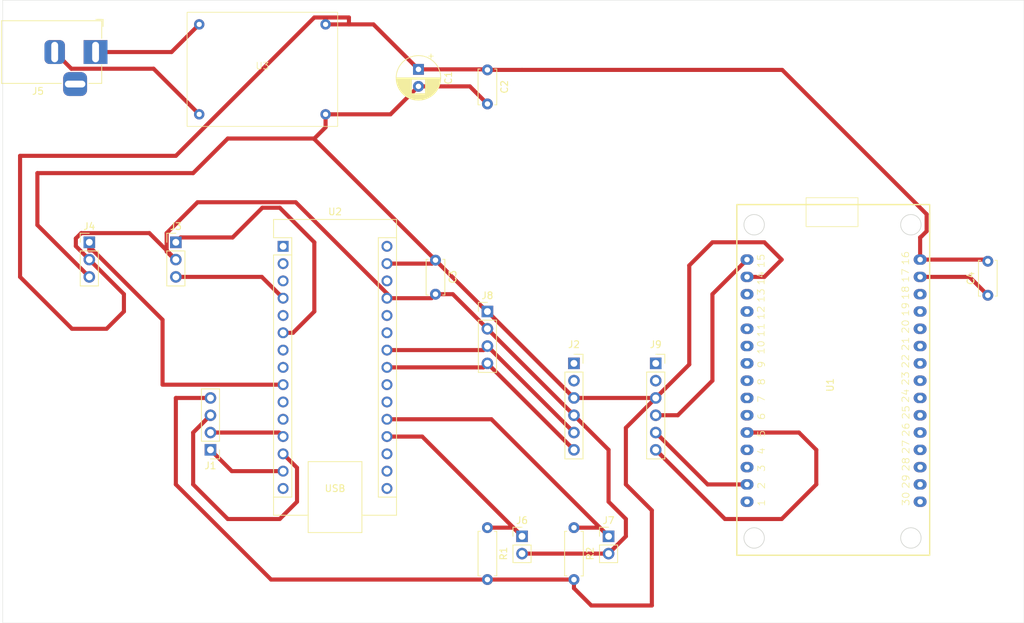
<source format=kicad_pcb>
(kicad_pcb (version 20221018) (generator pcbnew)
  (layers (0 "F.Cu" signal) (31 "B.Cu" signal) (34 "B.Paste" user) (35 "F.Paste" user) (36 "B.SilkS" user "B.Silkscreen") (37 "F.SilkS" user "F.Silkscreen") (38 "B.Mask" user) (39 "F.Mask" user) (44 "Edge.Cuts" user))
  (net 0 "")
  (net 1 "/5V")
  (net 2 "/GND")
  (net 3 "/ENA")
  (net 4 "/IN1")
  (net 5 "/IN2")
  (net 6 "/HV4")
  (net 7 "/HV3")
  (net 8 "/HV2")
  (net 9 "/HV1")
  (net 10 "Net-(J6-Pin_1)")
  (net 11 "Net-(J7-Pin_1)")
  (net 12 "Net-(U3-IN+)")
  (net 13 "Net-(U3-IN-)")
  (net 16 "/LV")
  (net 17 "/LV2")
  (net 18 "/LV1")
  (net 38 "/S2")
  (net 39 "/S1")
  (footprint "Capacitor_THT:C_Disc_D5.0mm_W2.5mm_P5.00mm" (layer "F.Cu") (at 213.13246 76.359813 90)
    (fp_text reference "C4" (at 2.5 -2.5 90) (layer "F.SilkS"))
    (fp_text value "100n")
    (pad "1" thru_hole circle (at 0 0 90) (size 1.6 1.6) (drill 0.8) (layers "*.Cu" "*.Mask") (net 2 "/GND"))
    (pad "2" thru_hole circle (at 5 0 90) (size 1.6 1.6) (drill 0.8) (layers "*.Cu" "*.Mask") (net 1 "/5V"))
  )
  (footprint "Capacitor_THT:CP_Radial_D6.3mm_P2.50mm" (layer "F.Cu") (at 129.58 43.18 -90)
    (fp_text reference "C1" (at 1.25 -4.4 90) (layer "F.SilkS"))
    (fp_text value "100µ")
    (pad "1" thru_hole rect (at 0 0 270) (size 1.6 1.6) (drill 0.8) (layers "*.Cu" "*.Mask") (net 1 "/5V"))
    (pad "2" thru_hole circle (at 2.5 0 270) (size 1.6 1.6) (drill 0.8) (layers "*.Cu" "*.Mask") (net 2 "/GND"))
  )
  (footprint "Connector_PinHeader_2.54mm:PinHeader_1x02_P2.54mm_Vertical" (layer "F.Cu") (at 157.48 111.76)
    (fp_text reference "J7" (at 0 -2.33) (layer "F.SilkS"))
    (fp_text value "Photo_R2")
    (pad "1" thru_hole rect (at 0 0) (size 1.7 1.7) (drill 1) (layers "*.Cu" "*.Mask") (net 11 "Net-(J7-Pin_1)"))
    (pad "2" thru_hole oval (at 0 2.54) (size 1.7 1.7) (drill 1) (layers "*.Cu" "*.Mask") (net 1 "/5V"))
  )
  (footprint "Connector_PinHeader_2.54mm:PinHeader_1x03_P2.54mm_Vertical" (layer "F.Cu") (at 81.28 68.58)
    (fp_text reference "J4" (at 0 -2.33) (layer "F.SilkS"))
    (fp_text value "Laser_KY-008_1")
    (pad "1" thru_hole rect (at 0 0) (size 1.7 1.7) (drill 1) (layers "*.Cu" "*.Mask") (net 39 "/S1"))
    (pad "2" thru_hole oval (at 0 2.54) (size 1.7 1.7) (drill 1) (layers "*.Cu" "*.Mask") (net 1 "/5V"))
    (pad "3" thru_hole oval (at 0 5.08) (size 1.7 1.7) (drill 1) (layers "*.Cu" "*.Mask") (net 2 "/GND"))
  )
  (footprint "Module:Arduino_Nano" (layer "F.Cu") (at 109.72 69.17)
    (fp_text reference "U2" (at 7.62 -5.08) (layer "F.SilkS"))
    (fp_text value "Arduino_Nano")
    (fp_text user "USB" (at 7.62 35.56 unlocked) (layer "F.SilkS"))
    (pad "1" thru_hole rect (at 0 0) (size 1.6 1.6) (drill 1) (layers "*.Cu" "*.Mask"))
    (pad "2" thru_hole oval (at 0 2.54) (size 1.6 1.6) (drill 1) (layers "*.Cu" "*.Mask"))
    (pad "3" thru_hole oval (at 0 5.08) (size 1.6 1.6) (drill 1) (layers "*.Cu" "*.Mask"))
    (pad "4" thru_hole oval (at 0 7.62) (size 1.6 1.6) (drill 1) (layers "*.Cu" "*.Mask") (net 2 "/GND"))
    (pad "5" thru_hole oval (at 0 10.16) (size 1.6 1.6) (drill 1) (layers "*.Cu" "*.Mask"))
    (pad "6" thru_hole oval (at 0 12.7) (size 1.6 1.6) (drill 1) (layers "*.Cu" "*.Mask") (net 38 "/S2"))
    (pad "7" thru_hole oval (at 0 15.24) (size 1.6 1.6) (drill 1) (layers "*.Cu" "*.Mask"))
    (pad "8" thru_hole oval (at 0 17.78) (size 1.6 1.6) (drill 1) (layers "*.Cu" "*.Mask"))
    (pad "9" thru_hole oval (at 0 20.32) (size 1.6 1.6) (drill 1) (layers "*.Cu" "*.Mask") (net 39 "/S1"))
    (pad "10" thru_hole oval (at 0 22.86) (size 1.6 1.6) (drill 1) (layers "*.Cu" "*.Mask"))
    (pad "11" thru_hole oval (at 0 25.4) (size 1.6 1.6) (drill 1) (layers "*.Cu" "*.Mask"))
    (pad "12" thru_hole oval (at 0 27.94) (size 1.6 1.6) (drill 1) (layers "*.Cu" "*.Mask") (net 4 "/IN1"))
    (pad "13" thru_hole oval (at 0 30.48) (size 1.6 1.6) (drill 1) (layers "*.Cu" "*.Mask") (net 5 "/IN2"))
    (pad "14" thru_hole oval (at 0 33.02) (size 1.6 1.6) (drill 1) (layers "*.Cu" "*.Mask") (net 3 "/ENA"))
    (pad "15" thru_hole oval (at 0 35.56) (size 1.6 1.6) (drill 1) (layers "*.Cu" "*.Mask"))
    (pad "16" thru_hole oval (at 15.24 35.56) (size 1.6 1.6) (drill 1) (layers "*.Cu" "*.Mask"))
    (pad "17" thru_hole oval (at 15.24 33.02) (size 1.6 1.6) (drill 1) (layers "*.Cu" "*.Mask"))
    (pad "18" thru_hole oval (at 15.24 30.48) (size 1.6 1.6) (drill 1) (layers "*.Cu" "*.Mask"))
    (pad "19" thru_hole oval (at 15.24 27.94) (size 1.6 1.6) (drill 1) (layers "*.Cu" "*.Mask") (net 10 "Net-(J6-Pin_1)"))
    (pad "20" thru_hole oval (at 15.24 25.4) (size 1.6 1.6) (drill 1) (layers "*.Cu" "*.Mask") (net 11 "Net-(J7-Pin_1)"))
    (pad "21" thru_hole oval (at 15.24 22.86) (size 1.6 1.6) (drill 1) (layers "*.Cu" "*.Mask"))
    (pad "22" thru_hole oval (at 15.24 20.32) (size 1.6 1.6) (drill 1) (layers "*.Cu" "*.Mask"))
    (pad "23" thru_hole oval (at 15.24 17.78) (size 1.6 1.6) (drill 1) (layers "*.Cu" "*.Mask") (net 9 "/HV1"))
    (pad "24" thru_hole oval (at 15.24 15.24) (size 1.6 1.6) (drill 1) (layers "*.Cu" "*.Mask") (net 8 "/HV2"))
    (pad "25" thru_hole oval (at 15.24 12.7) (size 1.6 1.6) (drill 1) (layers "*.Cu" "*.Mask"))
    (pad "26" thru_hole oval (at 15.24 10.16) (size 1.6 1.6) (drill 1) (layers "*.Cu" "*.Mask"))
    (pad "27" thru_hole oval (at 15.24 7.62) (size 1.6 1.6) (drill 1) (layers "*.Cu" "*.Mask") (net 1 "/5V"))
    (pad "28" thru_hole oval (at 15.24 5.08) (size 1.6 1.6) (drill 1) (layers "*.Cu" "*.Mask"))
    (pad "29" thru_hole oval (at 15.24 2.54) (size 1.6 1.6) (drill 1) (layers "*.Cu" "*.Mask") (net 2 "/GND"))
    (pad "30" thru_hole oval (at 15.24 0) (size 1.6 1.6) (drill 1) (layers "*.Cu" "*.Mask"))
  )
  (footprint "Connector_PinSocket_2.54mm:PinSocket_1x06_P2.54mm_Vertical" (layer "F.Cu") (at 152.4 86.36)
    (fp_text reference "J2" (at 0 -2.77) (layer "F.SilkS"))
    (fp_text value "BSS138H")
    (pad "1" thru_hole rect (at 0 0) (size 1.7 1.7) (drill 1) (layers "*.Cu" "*.Mask") (net 6 "/HV4"))
    (pad "2" thru_hole oval (at 0 2.54) (size 1.7 1.7) (drill 1) (layers "*.Cu" "*.Mask") (net 7 "/HV3"))
    (pad "3" thru_hole oval (at 0 5.08) (size 1.7 1.7) (drill 1) (layers "*.Cu" "*.Mask") (net 2 "/GND"))
    (pad "4" thru_hole oval (at 0 7.62) (size 1.7 1.7) (drill 1) (layers "*.Cu" "*.Mask") (net 1 "/5V"))
    (pad "5" thru_hole oval (at 0 10.16) (size 1.7 1.7) (drill 1) (layers "*.Cu" "*.Mask") (net 8 "/HV2"))
    (pad "6" thru_hole oval (at 0 12.7) (size 1.7 1.7) (drill 1) (layers "*.Cu" "*.Mask") (net 9 "/HV1"))
  )
  (footprint "Connector_PinSocket_2.54mm:PinSocket_1x06_P2.54mm_Vertical" (layer "F.Cu") (at 164.4 86.36)
    (fp_text reference "J9" (at 0 -2.77) (layer "F.SilkS"))
    (fp_text value "BSS138L")
    (pad "1" thru_hole rect (at 0 0) (size 1.7 1.7) (drill 1) (layers "*.Cu" "*.Mask"))
    (pad "2" thru_hole oval (at 0 2.54) (size 1.7 1.7) (drill 1) (layers "*.Cu" "*.Mask"))
    (pad "3" thru_hole oval (at 0 5.08) (size 1.7 1.7) (drill 1) (layers "*.Cu" "*.Mask") (net 2 "/GND"))
    (pad "4" thru_hole oval (at 0 7.62) (size 1.7 1.7) (drill 1) (layers "*.Cu" "*.Mask") (net 16 "/LV"))
    (pad "5" thru_hole oval (at 0 10.16) (size 1.7 1.7) (drill 1) (layers "*.Cu" "*.Mask") (net 17 "/LV2"))
    (pad "6" thru_hole oval (at 0 12.7) (size 1.7 1.7) (drill 1) (layers "*.Cu" "*.Mask") (net 18 "/LV1"))
  )
  (footprint "Capacitor_THT:C_Disc_D5.0mm_W2.5mm_P5.00mm" (layer "F.Cu") (at 139.7 43.26 -90)
    (fp_text reference "C2" (at 2.5 -2.5 90) (layer "F.SilkS"))
    (fp_text value "100n")
    (pad "1" thru_hole circle (at 0 0 270) (size 1.6 1.6) (drill 0.8) (layers "*.Cu" "*.Mask") (net 1 "/5V"))
    (pad "2" thru_hole circle (at 5 0 270) (size 1.6 1.6) (drill 0.8) (layers "*.Cu" "*.Mask") (net 2 "/GND"))
  )
  (footprint "Connector_PinHeader_2.54mm:PinHeader_1x04_P2.54mm_Vertical" (layer "F.Cu") (at 99.06 99.06 180)
    (fp_text reference "J1" (at 0 -2.33) (layer "F.SilkS"))
    (fp_text value "L298N")
    (pad "1" thru_hole rect (at 0 0 180) (size 1.7 1.7) (drill 1) (layers "*.Cu" "*.Mask") (net 3 "/ENA"))
    (pad "2" thru_hole oval (at 0 2.54 180) (size 1.7 1.7) (drill 1) (layers "*.Cu" "*.Mask") (net 4 "/IN1"))
    (pad "3" thru_hole oval (at 0 5.08 180) (size 1.7 1.7) (drill 1) (layers "*.Cu" "*.Mask") (net 5 "/IN2"))
    (pad "4" thru_hole oval (at 0 7.62 180) (size 1.7 1.7) (drill 1) (layers "*.Cu" "*.Mask") (net 2 "/GND"))
  )
  (footprint "Connector_PinHeader_2.54mm:PinHeader_1x02_P2.54mm_Vertical" (layer "F.Cu") (at 144.78 111.76)
    (fp_text reference "J6" (at 0 -2.33) (layer "F.SilkS"))
    (fp_text value "Photo_R1")
    (pad "1" thru_hole rect (at 0 0) (size 1.7 1.7) (drill 1) (layers "*.Cu" "*.Mask") (net 10 "Net-(J6-Pin_1)"))
    (pad "2" thru_hole oval (at 0 2.54) (size 1.7 1.7) (drill 1) (layers "*.Cu" "*.Mask") (net 1 "/5V"))
  )
  (footprint "Resistor_THT:R_Axial_DIN0207_L6.3mm_D2.5mm_P7.62mm_Horizontal" (layer "F.Cu") (at 152.4 110.49 -90)
    (fp_text reference "R2" (at 3.81 -2.37 90) (layer "F.SilkS"))
    (fp_text value "10k")
    (pad "1" thru_hole circle (at 0 0 270) (size 1.6 1.6) (drill 0.8) (layers "*.Cu" "*.Mask") (net 11 "Net-(J7-Pin_1)"))
    (pad "2" thru_hole oval (at 7.62 0 270) (size 1.6 1.6) (drill 0.8) (layers "*.Cu" "*.Mask") (net 2 "/GND"))
  )
  (footprint "Resistor_THT:R_Axial_DIN0207_L6.3mm_D2.5mm_P7.62mm_Horizontal" (layer "F.Cu") (at 139.7 110.49 -90)
    (fp_text reference "R1" (at 3.81 -2.37 90) (layer "F.SilkS"))
    (fp_text value "10k")
    (pad "1" thru_hole circle (at 0 0 270) (size 1.6 1.6) (drill 0.8) (layers "*.Cu" "*.Mask") (net 10 "Net-(J6-Pin_1)"))
    (pad "2" thru_hole oval (at 7.62 0 270) (size 1.6 1.6) (drill 0.8) (layers "*.Cu" "*.Mask") (net 2 "/GND"))
  )
  (footprint "Connector_BarrelJack:BarrelJack_Horizontal" (layer "F.Cu") (at 82.2 40.64)
    (fp_text reference "J5" (at -8.45 5.75) (layer "F.SilkS"))
    (fp_text value "Jack-DC")
    (pad "1" thru_hole rect (at 0 0) (size 3.5 3.5) (drill oval 1 3) (layers "*.Cu" "*.Mask") (net 12 "Net-(U3-IN+)"))
    (pad "2" thru_hole roundrect (at -6 0) (size 3 3.5) (drill oval 1 3) (layers "*.Cu" "*.Mask") (net 13 "Net-(U3-IN-)"))
    (pad "3" thru_hole roundrect (at -3 4.7) (size 3.5 3.5) (drill oval 3 1) (layers "*.Cu" "*.Mask"))
  )
  (footprint "ESP32:ESP32_30pin" (layer "F.Cu") (at 190.27246 89.139813 90)
    (fp_text reference "U1" (at -0.395187 -0.27246 90 unlocked) (layer "F.SilkS"))
    (fp_text value "~")
    (fp_text user "12" (at 9.095525 -9.834583 90 unlocked) (layer "F.SilkS") (effects (font (size 1 1.1) (thickness 0.1)) (justify left bottom)))
    (fp_text user "20" (at 7.066542 11.373831 90 unlocked) (layer "F.SilkS") (effects (font (size 1 1.1) (thickness 0.1)) (justify left bottom)))
    (fp_text user "21" (at 4.526542 11.373831 90 unlocked) (layer "F.SilkS") (effects (font (size 1 1.1) (thickness 0.1)) (justify left bottom)))
    (fp_text user "6" (at -5.596175 -9.77359 90 unlocked) (layer "F.SilkS") (effects (font (size 1 1.1) (thickness 0.1)) (justify left bottom)))
    (fp_text user "30" (at -18.232504 11.429083 90 unlocked) (layer "F.SilkS") (effects (font (size 1 1.1) (thickness 0.1)) (justify left bottom)))
    (fp_text user "25" (at -5.532504 11.429083 90 unlocked) (layer "F.SilkS") (effects (font (size 1 1.1) (thickness 0.1)) (justify left bottom)))
    (fp_text user "24" (at -3.093458 11.373831 90 unlocked) (layer "F.SilkS") (effects (font (size 1 1.1) (thickness 0.1)) (justify left bottom)))
    (fp_text user "11" (at 6.555525 -9.834583 90 unlocked) (layer "F.SilkS") (effects (font (size 1 1.1) (thickness 0.1)) (justify left bottom)))
    (fp_text user "15" (at 16.715525 -9.834583 90 unlocked) (layer "F.SilkS") (effects (font (size 1 1.1) (thickness 0.1)) (justify left bottom)))
    (fp_text user "10" (at 4.015525 -9.834583 90 unlocked) (layer "F.SilkS") (effects (font (size 1 1.1) (thickness 0.1)) (justify left bottom)))
    (fp_text user "7" (at -3.056175 -9.77359 90 unlocked) (layer "F.SilkS") (effects (font (size 1 1.1) (thickness 0.1)) (justify left bottom)))
    (fp_text user "2" (at -15.756175 -9.77359 90 unlocked) (layer "F.SilkS") (effects (font (size 1 1.1) (thickness 0.1)) (justify left bottom)))
    (fp_text user "17" (at 14.574602 11.368478 90 unlocked) (layer "F.SilkS") (effects (font (size 1 1.1) (thickness 0.1)) (justify left bottom)))
    (fp_text user "22" (at 1.986542 11.373831 90 unlocked) (layer "F.SilkS") (effects (font (size 1 1.1) (thickness 0.1)) (justify left bottom)))
    (fp_text user "13" (at 11.635525 -9.834583 90 unlocked) (layer "F.SilkS") (effects (font (size 1 1.1) (thickness 0.1)) (justify left bottom)))
    (fp_text user "3" (at -13.216175 -9.77359 90 unlocked) (layer "F.SilkS") (effects (font (size 1 1.1) (thickness 0.1)) (justify left bottom)))
    (fp_text user "1" (at -18.296175 -9.77359 90 unlocked) (layer "F.SilkS") (effects (font (size 1 1.1) (thickness 0.1)) (justify left bottom)))
    (fp_text user "29" (at -15.692504 11.429083 90 unlocked) (layer "F.SilkS") (effects (font (size 1 1.1) (thickness 0.1)) (justify left bottom)))
    (fp_text user "18" (at 12.034602 11.368478 90 unlocked) (layer "F.SilkS") (effects (font (size 1 1.1) (thickness 0.1)) (justify left bottom)))
    (fp_text user "4" (at -10.676175 -9.77359 90 unlocked) (layer "F.SilkS") (effects (font (size 1 1.1) (thickness 0.1)) (justify left bottom)))
    (fp_text user "27" (at -10.612504 11.429083 90 unlocked) (layer "F.SilkS") (effects (font (size 1 1.1) (thickness 0.1)) (justify left bottom)))
    (fp_text user "16" (at 17.114602 11.368478 90 unlocked) (layer "F.SilkS") (effects (font (size 1 1.1) (thickness 0.1)) (justify left bottom)))
    (fp_text user "28" (at -13.152504 11.429083 90 unlocked) (layer "F.SilkS") (effects (font (size 1 1.1) (thickness 0.1)) (justify left bottom)))
    (fp_text user "23" (at -0.553458 11.373831 90 unlocked) (layer "F.SilkS") (effects (font (size 1 1.1) (thickness 0.1)) (justify left bottom)))
    (fp_text user "9" (at 2.023825 -9.77359 90 unlocked) (layer "F.SilkS") (effects (font (size 1 1.1) (thickness 0.1)) (justify left bottom)))
    (fp_text user "8" (at -0.516175 -9.77359 90 unlocked) (layer "F.SilkS") (effects (font (size 1 1.1) (thickness 0.1)) (justify left bottom)))
    (fp_text user "26" (at -8.072504 11.429083 90 unlocked) (layer "F.SilkS") (effects (font (size 1 1.1) (thickness 0.1)) (justify left bottom)))
    (fp_text user "14" (at 14.175525 -9.834583 90 unlocked) (layer "F.SilkS") (effects (font (size 1 1.1) (thickness 0.1)) (justify left bottom)))
    (fp_text user "19" (at 9.606542 11.373831 90 unlocked) (layer "F.SilkS") (effects (font (size 1 1.1) (thickness 0.1)) (justify left bottom)))
    (fp_text user "5" (at -8.136175 -9.77359 90 unlocked) (layer "F.SilkS") (effects (font (size 1 1.1) (thickness 0.1)) (justify left bottom)))
    (fp_circle (center -22.86 -11.43) (end -21.36 -11.43) (stroke (width 0.1)) (fill none) (layer "Edge.Cuts"))
    (fp_circle (center -22.86 11.57) (end -21.36 11.57) (stroke (width 0.1)) (fill none) (layer "Edge.Cuts"))
    (fp_circle (center 23.14 -11.43) (end 24.64 -11.43) (stroke (width 0.1)) (fill none) (layer "Edge.Cuts"))
    (fp_circle (center 23.14 11.57) (end 24.64 11.57) (stroke (width 0.1)) (fill none) (layer "Edge.Cuts"))
    (pad "1" thru_hole oval (at -17.540187 -12.47246 90) (size 1.524 1.9) (drill 0.8) (layers "*.Cu" "*.Mask"))
    (pad "1" thru_hole oval (at -17.540187 12.92754 90) (size 1.524 1.9) (drill 0.8) (layers "*.Cu" "*.Mask"))
    (pad "2" thru_hole oval (at -15.000187 -12.47246 90) (size 1.524 1.9) (drill 0.8) (layers "*.Cu" "*.Mask") (net 17 "/LV2"))
    (pad "2" thru_hole oval (at -15.000187 12.92754 90) (size 1.524 1.9) (drill 0.8) (layers "*.Cu" "*.Mask"))
    (pad "3" thru_hole oval (at -12.460187 -12.47246 90) (size 1.524 1.9) (drill 0.8) (layers "*.Cu" "*.Mask"))
    (pad "3" thru_hole oval (at -12.460187 12.92754 90) (size 1.524 1.9) (drill 0.8) (layers "*.Cu" "*.Mask"))
    (pad "4" thru_hole oval (at -9.920187 -12.47246 90) (size 1.524 1.9) (drill 0.8) (layers "*.Cu" "*.Mask"))
    (pad "4" thru_hole oval (at -9.920187 12.92754 90) (size 1.524 1.9) (drill 0.8) (layers "*.Cu" "*.Mask"))
    (pad "5" thru_hole oval (at -7.380187 -12.47246 90) (size 1.524 1.9) (drill 0.8) (layers "*.Cu" "*.Mask") (net 18 "/LV1"))
    (pad "5" thru_hole oval (at -7.380187 12.92754 90) (size 1.524 1.9) (drill 0.8) (layers "*.Cu" "*.Mask"))
    (pad "6" thru_hole oval (at -4.840187 -12.47246 90) (size 1.524 1.9) (drill 0.8) (layers "*.Cu" "*.Mask"))
    (pad "6" thru_hole oval (at -4.840187 12.92754 90) (size 1.524 1.9) (drill 0.8) (layers "*.Cu" "*.Mask"))
    (pad "7" thru_hole oval (at -2.300187 -12.47246 90) (size 1.524 1.9) (drill 0.8) (layers "*.Cu" "*.Mask"))
    (pad "7" thru_hole oval (at -2.300187 12.92754 90) (size 1.524 1.9) (drill 0.8) (layers "*.Cu" "*.Mask"))
    (pad "8" thru_hole oval (at 0.239813 -12.47246 90) (size 1.524 1.9) (drill 0.8) (layers "*.Cu" "*.Mask"))
    (pad "8" thru_hole oval (at 0.239813 12.92754 90) (size 1.524 1.9) (drill 0.8) (layers "*.Cu" "*.Mask"))
    (pad "9" thru_hole oval (at 2.779813 -12.47246 90) (size 1.524 1.9) (drill 0.8) (layers "*.Cu" "*.Mask"))
    (pad "9" thru_hole oval (at 2.779813 12.92754 90) (size 1.524 1.9) (drill 0.8) (layers "*.Cu" "*.Mask"))
    (pad "10" thru_hole oval (at 5.319813 -12.47246 90) (size 1.524 1.9) (drill 0.8) (layers "*.Cu" "*.Mask"))
    (pad "10" thru_hole oval (at 5.319813 12.92754 90) (size 1.524 1.9) (drill 0.8) (layers "*.Cu" "*.Mask"))
    (pad "11" thru_hole oval (at 7.859813 -12.47246 90) (size 1.524 1.9) (drill 0.8) (layers "*.Cu" "*.Mask"))
    (pad "11" thru_hole oval (at 7.859813 12.92754 90) (size 1.524 1.9) (drill 0.8) (layers "*.Cu" "*.Mask"))
    (pad "12" thru_hole oval (at 10.399813 -12.47246 90) (size 1.524 1.9) (drill 0.8) (layers "*.Cu" "*.Mask"))
    (pad "12" thru_hole oval (at 10.399813 12.92754 90) (size 1.524 1.9) (drill 0.8) (layers "*.Cu" "*.Mask"))
    (pad "13" thru_hole oval (at 12.939813 -12.47246 90) (size 1.524 1.9) (drill 0.8) (layers "*.Cu" "*.Mask"))
    (pad "13" thru_hole oval (at 12.939813 12.92754 90) (size 1.524 1.9) (drill 0.8) (layers "*.Cu" "*.Mask"))
    (pad "14" thru_hole oval (at 15.479813 -12.47246 90) (size 1.524 1.9) (drill 0.8) (layers "*.Cu" "*.Mask") (net 2 "/GND"))
    (pad "14" thru_hole oval (at 15.479813 12.92754 90) (size 1.524 1.9) (drill 0.8) (layers "*.Cu" "*.Mask") (net 2 "/GND"))
    (pad "15" thru_hole oval (at 18.019813 -12.47246 90) (size 1.524 1.9) (drill 0.8) (layers "*.Cu" "*.Mask") (net 16 "/LV"))
    (pad "15" thru_hole oval (at 18.019813 12.92754 90) (size 1.524 1.9) (drill 0.8) (layers "*.Cu" "*.Mask") (net 1 "/5V"))
  )
  (footprint "MyCustomFootprintsKCd7:Buck_DC_DC" (layer "F.Cu") (at 106.68 43.18)
    (fp_text reference "U3" (at 0 -0.5 unlocked) (layer "F.SilkS") (effects (font (thickness 0.1))))
    (fp_text value "Buck_DC_DC")
    (pad "1" thru_hole circle (at 9.271 -6.604) (size 1.524 1.524) (drill 0.762) (layers "*.Cu" "*.Mask") (net 1 "/5V"))
    (pad "2" thru_hole circle (at 9.271 6.604) (size 1.524 1.524) (drill 0.762) (layers "*.Cu" "*.Mask") (net 2 "/GND"))
    (pad "3" thru_hole circle (at -9.271 6.604) (size 1.524 1.524) (drill 0.762) (layers "*.Cu" "*.Mask") (net 13 "Net-(U3-IN-)"))
    (pad "4" thru_hole circle (at -9.271 -6.604) (size 1.524 1.524) (drill 0.762) (layers "*.Cu" "*.Mask") (net 12 "Net-(U3-IN+)"))
  )
  (footprint "Capacitor_THT:C_Disc_D5.0mm_W2.5mm_P5.00mm" (layer "F.Cu") (at 132.08 71.2 -90)
    (fp_text reference "C3" (at 2.46 -2.54 90) (layer "F.SilkS"))
    (fp_text value "100n")
    (pad "1" thru_hole circle (at 0 0 270) (size 1.6 1.6) (drill 0.8) (layers "*.Cu" "*.Mask") (net 2 "/GND"))
    (pad "2" thru_hole circle (at 5 0 270) (size 1.6 1.6) (drill 0.8) (layers "*.Cu" "*.Mask") (net 1 "/5V"))
  )
  (footprint "Connector_PinHeader_2.54mm:PinHeader_1x03_P2.54mm_Vertical" (layer "F.Cu") (at 93.98 68.58)
    (fp_text reference "J3" (at 0 -2.33) (layer "F.SilkS"))
    (fp_text value "Laser_KY-008_2")
    (pad "1" thru_hole rect (at 0 0) (size 1.7 1.7) (drill 1) (layers "*.Cu" "*.Mask") (net 38 "/S2"))
    (pad "2" thru_hole oval (at 0 2.54) (size 1.7 1.7) (drill 1) (layers "*.Cu" "*.Mask") (net 1 "/5V"))
    (pad "3" thru_hole oval (at 0 5.08) (size 1.7 1.7) (drill 1) (layers "*.Cu" "*.Mask") (net 2 "/GND"))
  )
  (footprint "Connector_PinHeader_2.54mm:PinHeader_1x04_P2.54mm_Vertical" (layer "F.Cu") (at 139.7 78.74)
    (fp_text reference "J8" (at 0 -2.33) (layer "F.SilkS"))
    (fp_text value "Color_GY_33")
    (pad "1" thru_hole rect (at 0 0) (size 1.7 1.7) (drill 1) (layers "*.Cu" "*.Mask") (net 2 "/GND"))
    (pad "2" thru_hole oval (at 0 2.54) (size 1.7 1.7) (drill 1) (layers "*.Cu" "*.Mask") (net 1 "/5V"))
    (pad "3" thru_hole oval (at 0 5.08) (size 1.7 1.7) (drill 1) (layers "*.Cu" "*.Mask") (net 8 "/HV2"))
    (pad "4" thru_hole oval (at 0 7.62) (size 1.7 1.7) (drill 1) (layers "*.Cu" "*.Mask") (net 9 "/HV1"))
  )
  (gr_rect (start 68.58 33.02) (end 218.44 124.46) (stroke (width 0.05)) (fill none) (layer "Edge.Cuts"))
  (segment (start 131.49 76.79) (end 132.08 76.2) (width 0.6) (layer "F.Cu") (net 1))
  (segment (start 157.48 114.3) (end 144.78 114.3) (width 0.6) (layer "F.Cu") (net 1))
  (segment (start 212.892647 71.12) (end 213.13246 71.359813) (width 0.6) (layer "F.Cu") (net 1))
  (segment (start 125.071522 76.2) (end 111.571522 62.7) (width 0.6) (layer "F.Cu") (net 1))
  (segment (start 204.15279 66.953991) (end 204.15279 64.45279) (width 0.6) (layer "F.Cu") (net 1))
  (segment (start 124.96 76.79) (end 131.49 76.79) (width 0.6) (layer "F.Cu") (net 1))
  (segment (start 160.02 109.22) (end 160.02 111.76) (width 0.6) (layer "F.Cu") (net 1))
  (segment (start 93.98 55.88) (end 114.3 35.56) (width 0.6) (layer "F.Cu") (net 1))
  (segment (start 115.951 36.576) (end 119.38 36.576) (width 0.6) (layer "F.Cu") (net 1))
  (segment (start 157.48 99.06) (end 157.48 106.68) (width 0.6) (layer "F.Cu") (net 1))
  (segment (start 122.976 36.576) (end 129.58 43.18) (width 0.6) (layer "F.Cu") (net 1))
  (segment (start 92.63 69.93) (end 93.82 71.12) (width 0.6) (layer "F.Cu") (net 1))
  (segment (start 204.15279 64.45279) (end 182.96 43.26) (width 0.6) (layer "F.Cu") (net 1))
  (segment (start 93.98 71.12) (end 90.09 67.23) (width 0.6) (layer "F.Cu") (net 1))
  (segment (start 129.58 43.18) (end 139.62 43.18) (width 0.6) (layer "F.Cu") (net 1))
  (segment (start 93.82 71.12) (end 93.98 71.12) (width 0.6) (layer "F.Cu") (net 1))
  (segment (start 97.16 62.7) (end 92.63 67.23) (width 0.6) (layer "F.Cu") (net 1))
  (segment (start 139.62 43.18) (end 139.7 43.26) (width 0.6) (layer "F.Cu") (net 1))
  (segment (start 119.38 35.56) (end 119.38 36.576) (width 0.6) (layer "F.Cu") (net 1))
  (segment (start 80.09 67.23) (end 79.305685 68.014315) (width 0.6) (layer "F.Cu") (net 1))
  (segment (start 203.2 71.12) (end 212.892647 71.12) (width 0.6) (layer "F.Cu") (net 1))
  (segment (start 114.3 35.56) (end 119.38 35.56) (width 0.6) (layer "F.Cu") (net 1))
  (segment (start 134.62 76.2) (end 139.7 81.28) (width 0.6) (layer "F.Cu") (net 1))
  (segment (start 78.74 81.28) (end 71.12 73.66) (width 0.6) (layer "F.Cu") (net 1))
  (segment (start 132.08 76.2) (end 134.62 76.2) (width 0.6) (layer "F.Cu") (net 1))
  (segment (start 182.96 43.26) (end 144.78 43.26) (width 0.6) (layer "F.Cu") (net 1))
  (segment (start 152.4 93.98) (end 157.48 99.06) (width 0.6) (layer "F.Cu") (net 1))
  (segment (start 160.02 111.76) (end 157.48 114.3) (width 0.6) (layer "F.Cu") (net 1))
  (segment (start 203.407204 67.699577) (end 204.15279 66.953991) (width 0.6) (layer "F.Cu") (net 1))
  (segment (start 90.09 67.23) (end 80.09 67.23) (width 0.6) (layer "F.Cu") (net 1))
  (segment (start 86.36 78.74) (end 83.82 81.28) (width 0.6) (layer "F.Cu") (net 1))
  (segment (start 71.12 73.66) (end 71.12 55.88) (width 0.6) (layer "F.Cu") (net 1))
  (segment (start 203.2 67.86085) (end 203.407204 67.699577) (width 0.6) (layer "F.Cu") (net 1))
  (segment (start 157.48 106.68) (end 160.02 109.22) (width 0.6) (layer "F.Cu") (net 1))
  (segment (start 81.28 71.12) (end 86.36 76.2) (width 0.6) (layer "F.Cu") (net 1))
  (segment (start 92.63 67.23) (end 92.63 69.93) (width 0.6) (layer "F.Cu") (net 1))
  (segment (start 79.305685 69.145685) (end 81.28 71.12) (width 0.6) (layer "F.Cu") (net 1))
  (segment (start 119.38 36.576) (end 122.976 36.576) (width 0.6) (layer "F.Cu") (net 1))
  (segment (start 71.12 55.88) (end 93.98 55.88) (width 0.6) (layer "F.Cu") (net 1))
  (segment (start 79.305685 68.014315) (end 79.305685 69.145685) (width 0.6) (layer "F.Cu") (net 1))
  (segment (start 139.7 81.28) (end 152.4 93.98) (width 0.6) (layer "F.Cu") (net 1))
  (segment (start 203.2 71.12) (end 203.2 67.86085) (width 0.6) (layer "F.Cu") (net 1))
  (segment (start 111.571522 62.7) (end 97.16 62.7) (width 0.6) (layer "F.Cu") (net 1))
  (segment (start 83.82 81.28) (end 78.74 81.28) (width 0.6) (layer "F.Cu") (net 1))
  (segment (start 86.36 76.2) (end 86.36 78.74) (width 0.6) (layer "F.Cu") (net 1))
  (segment (start 144.78 43.26) (end 139.7 43.26) (width 0.6) (layer "F.Cu") (net 1))
  (segment (start 132.08 71.2) (end 139.62 78.74) (width 0.6) (layer "F.Cu") (net 2))
  (segment (start 125.476 49.784) (end 129.58 45.68) (width 0.6) (layer "F.Cu") (net 2))
  (segment (start 101.6 53.34) (end 114.3 53.34) (width 0.6) (layer "F.Cu") (net 2))
  (segment (start 152.4 119.38) (end 154.94 121.92) (width 0.6) (layer "F.Cu") (net 2))
  (segment (start 180.34 68.58) (end 182.88 71.12) (width 0.6) (layer "F.Cu") (net 2))
  (segment (start 129.58 45.68) (end 137.12 45.68) (width 0.6) (layer "F.Cu") (net 2))
  (segment (start 93.98 73.66) (end 106.59 73.66) (width 0.6) (layer "F.Cu") (net 2))
  (segment (start 93.98 104.14) (end 107.95 118.11) (width 0.6) (layer "F.Cu") (net 2))
  (segment (start 169.32 71.98) (end 172.72 68.58) (width 0.6) (layer "F.Cu") (net 2))
  (segment (start 115.951 51.689) (end 115.951 49.784) (width 0.6) (layer "F.Cu") (net 2))
  (segment (start 180.34 73.66) (end 177.8 73.66) (width 0.6) (layer "F.Cu") (net 2))
  (segment (start 152.4 118.11) (end 152.4 119.38) (width 0.6) (layer "F.Cu") (net 2))
  (segment (start 107.95 118.11) (end 139.7 118.11) (width 0.6) (layer "F.Cu") (net 2))
  (segment (start 131.57 71.71) (end 132.08 71.2) (width 0.6) (layer "F.Cu") (net 2))
  (segment (start 139.7 78.74) (end 152.4 91.44) (width 0.6) (layer "F.Cu") (net 2))
  (segment (start 124.96 71.71) (end 131.57 71.71) (width 0.6) (layer "F.Cu") (net 2))
  (segment (start 169.32 86.52) (end 169.32 71.98) (width 0.6) (layer "F.Cu") (net 2))
  (segment (start 210.432647 73.66) (end 213.13246 76.359813) (width 0.6) (layer "F.Cu") (net 2))
  (segment (start 203.2 73.66) (end 210.432647 73.66) (width 0.6) (layer "F.Cu") (net 2))
  (segment (start 160.02 95.82) (end 160.02 104.14) (width 0.6) (layer "F.Cu") (net 2))
  (segment (start 164.4 91.44) (end 169.32 86.52) (width 0.6) (layer "F.Cu") (net 2))
  (segment (start 73.66 58.42) (end 96.52 58.42) (width 0.6) (layer "F.Cu") (net 2))
  (segment (start 99.06 91.44) (end 93.98 91.44) (width 0.6) (layer "F.Cu") (net 2))
  (segment (start 96.52 58.42) (end 101.6 53.34) (width 0.6) (layer "F.Cu") (net 2))
  (segment (start 81.28 73.66) (end 73.66 66.04) (width 0.6) (layer "F.Cu") (net 2))
  (segment (start 137.12 45.68) (end 139.7 48.26) (width 0.6) (layer "F.Cu") (net 2))
  (segment (start 139.62 78.74) (end 139.7 78.74) (width 0.6) (layer "F.Cu") (net 2))
  (segment (start 73.66 66.04) (end 73.66 58.42) (width 0.6) (layer "F.Cu") (net 2))
  (segment (start 164.4 91.44) (end 160.02 95.82) (width 0.6) (layer "F.Cu") (net 2))
  (segment (start 115.951 49.784) (end 125.476 49.784) (width 0.6) (layer "F.Cu") (net 2))
  (segment (start 164.4 91.44) (end 152.4 91.44) (width 0.6) (layer "F.Cu") (net 2))
  (segment (start 160.02 104.14) (end 163.83 107.95) (width 0.6) (layer "F.Cu") (net 2))
  (segment (start 132.08 71.2) (end 114.3 53.42) (width 0.6) (layer "F.Cu") (net 2))
  (segment (start 172.72 68.58) (end 180.34 68.58) (width 0.6) (layer "F.Cu") (net 2))
  (segment (start 154.94 121.92) (end 163.83 121.92) (width 0.6) (layer "F.Cu") (net 2))
  (segment (start 93.98 91.44) (end 93.98 104.14) (width 0.6) (layer "F.Cu") (net 2))
  (segment (start 163.83 107.95) (end 163.83 121.92) (width 0.6) (layer "F.Cu") (net 2))
  (segment (start 139.7 118.11) (end 152.4 118.11) (width 0.6) (layer "F.Cu") (net 2))
  (segment (start 106.59 73.66) (end 109.72 76.79) (width 0.6) (layer "F.Cu") (net 2))
  (segment (start 114.3 53.34) (end 115.951 51.689) (width 0.6) (layer "F.Cu") (net 2))
  (segment (start 114.3 53.42) (end 114.3 53.34) (width 0.6) (layer "F.Cu") (net 2))
  (segment (start 182.88 71.12) (end 180.34 73.66) (width 0.6) (layer "F.Cu") (net 2))
  (segment (start 102.19 102.19) (end 99.06 99.06) (width 0.6) (layer "F.Cu") (net 3))
  (segment (start 109.72 102.19) (end 102.19 102.19) (width 0.6) (layer "F.Cu") (net 3))
  (segment (start 109.13 96.52) (end 109.72 97.11) (width 0.6) (layer "F.Cu") (net 4))
  (segment (start 99.06 96.52) (end 109.13 96.52) (width 0.6) (layer "F.Cu") (net 4))
  (segment (start 111.76 106.68) (end 111.76 101.69) (width 0.6) (layer "F.Cu") (net 5))
  (segment (start 101.6 109.22) (end 109.22 109.22) (width 0.6) (layer "F.Cu") (net 5))
  (segment (start 96.52 104.14) (end 101.6 109.22) (width 0.6) (layer "F.Cu") (net 5))
  (segment (start 111.76 101.69) (end 109.72 99.65) (width 0.6) (layer "F.Cu") (net 5))
  (segment (start 99.06 93.98) (end 96.52 96.52) (width 0.6) (layer "F.Cu") (net 5))
  (segment (start 96.52 96.52) (end 96.52 104.14) (width 0.6) (layer "F.Cu") (net 5))
  (segment (start 109.22 109.22) (end 111.76 106.68) (width 0.6) (layer "F.Cu") (net 5))
  (segment (start 139.11 84.41) (end 139.7 83.82) (width 0.6) (layer "F.Cu") (net 8))
  (segment (start 124.96 84.41) (end 139.11 84.41) (width 0.6) (layer "F.Cu") (net 8))
  (segment (start 139.7 83.82) (end 152.4 96.52) (width 0.6) (layer "F.Cu") (net 8))
  (segment (start 124.96 86.95) (end 139.11 86.95) (width 0.6) (layer "F.Cu") (net 9))
  (segment (start 139.7 86.36) (end 152.4 99.06) (width 0.6) (layer "F.Cu") (net 9))
  (segment (start 139.11 86.95) (end 139.7 86.36) (width 0.6) (layer "F.Cu") (net 9))
  (segment (start 124.96 97.11) (end 130.13 97.11) (width 0.6) (layer "F.Cu") (net 10))
  (segment (start 130.13 97.11) (end 144.78 111.76) (width 0.6) (layer "F.Cu") (net 10))
  (segment (start 139.7 110.49) (end 143.51 110.49) (width 0.6) (layer "F.Cu") (net 10))
  (segment (start 143.51 110.49) (end 144.78 111.76) (width 0.6) (layer "F.Cu") (net 10))
  (segment (start 152.4 110.49) (end 156.21 110.49) (width 0.6) (layer "F.Cu") (net 11))
  (segment (start 156.21 110.49) (end 157.48 111.76) (width 0.6) (layer "F.Cu") (net 11))
  (segment (start 140.29 94.57) (end 157.48 111.76) (width 0.6) (layer "F.Cu") (net 11))
  (segment (start 124.96 94.57) (end 140.29 94.57) (width 0.6) (layer "F.Cu") (net 11))
  (segment (start 93.345 40.64) (end 97.409 36.576) (width 0.6) (layer "F.Cu") (net 12))
  (segment (start 82.2 40.64) (end 93.345 40.64) (width 0.6) (layer "F.Cu") (net 12))
  (segment (start 76.2 40.64) (end 78.65 43.09) (width 0.6) (layer "F.Cu") (net 13))
  (segment (start 90.715 43.09) (end 97.409 49.784) (width 0.6) (layer "F.Cu") (net 13))
  (segment (start 78.65 43.09) (end 90.715 43.09) (width 0.6) (layer "F.Cu") (net 13))
  (segment (start 172.72 88.9) (end 167.64 93.98) (width 0.6) (layer "F.Cu") (net 16))
  (segment (start 167.64 93.98) (end 164.4 93.98) (width 0.6) (layer "F.Cu") (net 16))
  (segment (start 177.8 71.12) (end 172.72 76.2) (width 0.6) (layer "F.Cu") (net 16))
  (segment (start 172.72 76.2) (end 172.72 88.9) (width 0.6) (layer "F.Cu") (net 16))
  (segment (start 172.02 104.14) (end 177.8 104.14) (width 0.6) (layer "F.Cu") (net 17))
  (segment (start 164.4 96.52) (end 172.02 104.14) (width 0.6) (layer "F.Cu") (net 17))
  (segment (start 182.88 109.22) (end 187.96 104.14) (width 0.6) (layer "F.Cu") (net 18))
  (segment (start 187.96 104.14) (end 187.96 99.06) (width 0.6) (layer "F.Cu") (net 18))
  (segment (start 187.96 99.06) (end 185.42 96.52) (width 0.6) (layer "F.Cu") (net 18))
  (segment (start 185.42 96.52) (end 177.8 96.52) (width 0.6) (layer "F.Cu") (net 18))
  (segment (start 164.4 99.06) (end 174.56 109.22) (width 0.6) (layer "F.Cu") (net 18))
  (segment (start 174.56 109.22) (end 182.88 109.22) (width 0.6) (layer "F.Cu") (net 18))
  (segment (start 114.3 68.58) (end 114.3 78.74) (width 0.6) (layer "F.Cu") (net 38))
  (segment (start 111.17 81.87) (end 109.72 81.87) (width 0.6) (layer "F.Cu") (net 38))
  (segment (start 102.31 67.87) (end 106.68 63.5) (width 0.6) (layer "F.Cu") (net 38))
  (segment (start 106.68 63.5) (end 109.22 63.5) (width 0.6) (layer "F.Cu") (net 38))
  (segment (start 93.98 68.58) (end 94.69 67.87) (width 0.6) (layer "F.Cu") (net 38))
  (segment (start 114.3 78.74) (end 111.17 81.87) (width 0.6) (layer "F.Cu") (net 38))
  (segment (start 109.22 63.5) (end 114.3 68.58) (width 0.6) (layer "F.Cu") (net 38))
  (segment (start 94.69 67.87) (end 102.31 67.87) (width 0.6) (layer "F.Cu") (net 38))
  (segment (start 81.28 68.58) (end 81.28 69.77) (width 0.6) (layer "F.Cu") (net 39))
  (segment (start 92.03 89.49) (end 109.72 89.49) (width 0.6) (layer "F.Cu") (net 39))
  (segment (start 92.03 79.960811) (end 92.03 89.49) (width 0.6) (layer "F.Cu") (net 39))
  (segment (start 81.839189 69.77) (end 92.03 79.960811) (width 0.6) (layer "F.Cu") (net 39))
  (segment (start 81.28 69.77) (end 81.839189 69.77) (width 0.6) (layer "F.Cu") (net 39))
)
</source>
